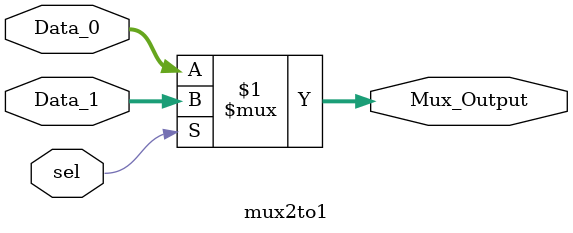
<source format=v>

module mux2to1
#(
	parameter WORD_LENGTH = 32
)
(
	// Input Ports
  input sel,
  input [WORD_LENGTH-1 : 0] Data_0, Data_1,
	
	// Output Ports
  output [WORD_LENGTH-1 : 0] Mux_Output

);

  assign Mux_Output = (sel) ? Data_1: Data_0;

endmodule
</source>
